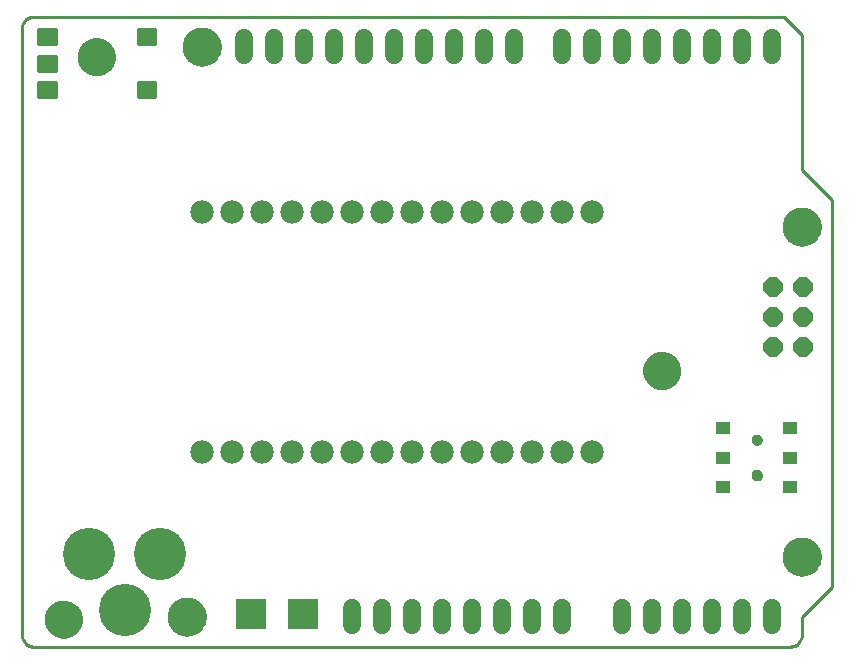
<source format=gts>
G75*
%MOIN*%
%OFA0B0*%
%FSLAX24Y24*%
%IPPOS*%
%LPD*%
%AMOC8*
5,1,8,0,0,1.08239X$1,22.5*
%
%ADD10C,0.0100*%
%ADD11C,0.0000*%
%ADD12C,0.1300*%
%ADD13OC8,0.0650*%
%ADD14C,0.0600*%
%ADD15R,0.0985X0.0985*%
%ADD16C,0.0860*%
%ADD17C,0.0440*%
%ADD18C,0.0089*%
%ADD19C,0.1740*%
%ADD20C,0.0780*%
%ADD21R,0.0493X0.0434*%
%ADD22C,0.0375*%
D10*
X001674Y001333D02*
X026886Y001333D01*
X026925Y001335D01*
X026963Y001341D01*
X027000Y001350D01*
X027037Y001363D01*
X027072Y001380D01*
X027105Y001399D01*
X027136Y001422D01*
X027165Y001448D01*
X027191Y001477D01*
X027214Y001508D01*
X027233Y001541D01*
X027250Y001576D01*
X027263Y001613D01*
X027272Y001650D01*
X027278Y001688D01*
X027280Y001727D01*
X027280Y002333D01*
X028280Y003333D01*
X028280Y016233D01*
X027280Y017233D01*
X027280Y021733D01*
X026680Y022333D01*
X001674Y022333D01*
X001674Y022334D02*
X001635Y022332D01*
X001597Y022326D01*
X001560Y022317D01*
X001523Y022304D01*
X001488Y022287D01*
X001455Y022268D01*
X001424Y022245D01*
X001395Y022219D01*
X001369Y022190D01*
X001346Y022159D01*
X001327Y022126D01*
X001310Y022091D01*
X001297Y022054D01*
X001288Y022017D01*
X001282Y021979D01*
X001280Y021940D01*
X001280Y001727D01*
X001282Y001688D01*
X001288Y001650D01*
X001297Y001613D01*
X001310Y001576D01*
X001327Y001541D01*
X001346Y001508D01*
X001369Y001477D01*
X001395Y001448D01*
X001424Y001422D01*
X001455Y001399D01*
X001488Y001380D01*
X001523Y001363D01*
X001560Y001350D01*
X001597Y001341D01*
X001635Y001335D01*
X001674Y001333D01*
D11*
X006150Y002333D02*
X006152Y002383D01*
X006158Y002433D01*
X006168Y002482D01*
X006182Y002530D01*
X006199Y002577D01*
X006220Y002622D01*
X006245Y002666D01*
X006273Y002707D01*
X006305Y002746D01*
X006339Y002783D01*
X006376Y002817D01*
X006416Y002847D01*
X006458Y002874D01*
X006502Y002898D01*
X006548Y002919D01*
X006595Y002935D01*
X006643Y002948D01*
X006693Y002957D01*
X006742Y002962D01*
X006793Y002963D01*
X006843Y002960D01*
X006892Y002953D01*
X006941Y002942D01*
X006989Y002927D01*
X007035Y002909D01*
X007080Y002887D01*
X007123Y002861D01*
X007164Y002832D01*
X007203Y002800D01*
X007239Y002765D01*
X007271Y002727D01*
X007301Y002687D01*
X007328Y002644D01*
X007351Y002600D01*
X007370Y002554D01*
X007386Y002506D01*
X007398Y002457D01*
X007406Y002408D01*
X007410Y002358D01*
X007410Y002308D01*
X007406Y002258D01*
X007398Y002209D01*
X007386Y002160D01*
X007370Y002112D01*
X007351Y002066D01*
X007328Y002022D01*
X007301Y001979D01*
X007271Y001939D01*
X007239Y001901D01*
X007203Y001866D01*
X007164Y001834D01*
X007123Y001805D01*
X007080Y001779D01*
X007035Y001757D01*
X006989Y001739D01*
X006941Y001724D01*
X006892Y001713D01*
X006843Y001706D01*
X006793Y001703D01*
X006742Y001704D01*
X006693Y001709D01*
X006643Y001718D01*
X006595Y001731D01*
X006548Y001747D01*
X006502Y001768D01*
X006458Y001792D01*
X006416Y001819D01*
X006376Y001849D01*
X006339Y001883D01*
X006305Y001920D01*
X006273Y001959D01*
X006245Y002000D01*
X006220Y002044D01*
X006199Y002089D01*
X006182Y002136D01*
X006168Y002184D01*
X006158Y002233D01*
X006152Y002283D01*
X006150Y002333D01*
X025613Y007043D02*
X025615Y007068D01*
X025621Y007093D01*
X025630Y007117D01*
X025643Y007139D01*
X025660Y007159D01*
X025679Y007176D01*
X025700Y007190D01*
X025724Y007200D01*
X025748Y007207D01*
X025774Y007210D01*
X025799Y007209D01*
X025824Y007204D01*
X025848Y007195D01*
X025871Y007183D01*
X025891Y007168D01*
X025909Y007149D01*
X025924Y007128D01*
X025935Y007105D01*
X025943Y007081D01*
X025947Y007056D01*
X025947Y007030D01*
X025943Y007005D01*
X025935Y006981D01*
X025924Y006958D01*
X025909Y006937D01*
X025891Y006918D01*
X025871Y006903D01*
X025848Y006891D01*
X025824Y006882D01*
X025799Y006877D01*
X025774Y006876D01*
X025748Y006879D01*
X025724Y006886D01*
X025700Y006896D01*
X025679Y006910D01*
X025660Y006927D01*
X025643Y006947D01*
X025630Y006969D01*
X025621Y006993D01*
X025615Y007018D01*
X025613Y007043D01*
X025613Y008224D02*
X025615Y008249D01*
X025621Y008274D01*
X025630Y008298D01*
X025643Y008320D01*
X025660Y008340D01*
X025679Y008357D01*
X025700Y008371D01*
X025724Y008381D01*
X025748Y008388D01*
X025774Y008391D01*
X025799Y008390D01*
X025824Y008385D01*
X025848Y008376D01*
X025871Y008364D01*
X025891Y008349D01*
X025909Y008330D01*
X025924Y008309D01*
X025935Y008286D01*
X025943Y008262D01*
X025947Y008237D01*
X025947Y008211D01*
X025943Y008186D01*
X025935Y008162D01*
X025924Y008139D01*
X025909Y008118D01*
X025891Y008099D01*
X025871Y008084D01*
X025848Y008072D01*
X025824Y008063D01*
X025799Y008058D01*
X025774Y008057D01*
X025748Y008060D01*
X025724Y008067D01*
X025700Y008077D01*
X025679Y008091D01*
X025660Y008108D01*
X025643Y008128D01*
X025630Y008150D01*
X025621Y008174D01*
X025615Y008199D01*
X025613Y008224D01*
X026650Y004333D02*
X026652Y004383D01*
X026658Y004433D01*
X026668Y004482D01*
X026682Y004530D01*
X026699Y004577D01*
X026720Y004622D01*
X026745Y004666D01*
X026773Y004707D01*
X026805Y004746D01*
X026839Y004783D01*
X026876Y004817D01*
X026916Y004847D01*
X026958Y004874D01*
X027002Y004898D01*
X027048Y004919D01*
X027095Y004935D01*
X027143Y004948D01*
X027193Y004957D01*
X027242Y004962D01*
X027293Y004963D01*
X027343Y004960D01*
X027392Y004953D01*
X027441Y004942D01*
X027489Y004927D01*
X027535Y004909D01*
X027580Y004887D01*
X027623Y004861D01*
X027664Y004832D01*
X027703Y004800D01*
X027739Y004765D01*
X027771Y004727D01*
X027801Y004687D01*
X027828Y004644D01*
X027851Y004600D01*
X027870Y004554D01*
X027886Y004506D01*
X027898Y004457D01*
X027906Y004408D01*
X027910Y004358D01*
X027910Y004308D01*
X027906Y004258D01*
X027898Y004209D01*
X027886Y004160D01*
X027870Y004112D01*
X027851Y004066D01*
X027828Y004022D01*
X027801Y003979D01*
X027771Y003939D01*
X027739Y003901D01*
X027703Y003866D01*
X027664Y003834D01*
X027623Y003805D01*
X027580Y003779D01*
X027535Y003757D01*
X027489Y003739D01*
X027441Y003724D01*
X027392Y003713D01*
X027343Y003706D01*
X027293Y003703D01*
X027242Y003704D01*
X027193Y003709D01*
X027143Y003718D01*
X027095Y003731D01*
X027048Y003747D01*
X027002Y003768D01*
X026958Y003792D01*
X026916Y003819D01*
X026876Y003849D01*
X026839Y003883D01*
X026805Y003920D01*
X026773Y003959D01*
X026745Y004000D01*
X026720Y004044D01*
X026699Y004089D01*
X026682Y004136D01*
X026668Y004184D01*
X026658Y004233D01*
X026652Y004283D01*
X026650Y004333D01*
X026650Y015333D02*
X026652Y015383D01*
X026658Y015433D01*
X026668Y015482D01*
X026682Y015530D01*
X026699Y015577D01*
X026720Y015622D01*
X026745Y015666D01*
X026773Y015707D01*
X026805Y015746D01*
X026839Y015783D01*
X026876Y015817D01*
X026916Y015847D01*
X026958Y015874D01*
X027002Y015898D01*
X027048Y015919D01*
X027095Y015935D01*
X027143Y015948D01*
X027193Y015957D01*
X027242Y015962D01*
X027293Y015963D01*
X027343Y015960D01*
X027392Y015953D01*
X027441Y015942D01*
X027489Y015927D01*
X027535Y015909D01*
X027580Y015887D01*
X027623Y015861D01*
X027664Y015832D01*
X027703Y015800D01*
X027739Y015765D01*
X027771Y015727D01*
X027801Y015687D01*
X027828Y015644D01*
X027851Y015600D01*
X027870Y015554D01*
X027886Y015506D01*
X027898Y015457D01*
X027906Y015408D01*
X027910Y015358D01*
X027910Y015308D01*
X027906Y015258D01*
X027898Y015209D01*
X027886Y015160D01*
X027870Y015112D01*
X027851Y015066D01*
X027828Y015022D01*
X027801Y014979D01*
X027771Y014939D01*
X027739Y014901D01*
X027703Y014866D01*
X027664Y014834D01*
X027623Y014805D01*
X027580Y014779D01*
X027535Y014757D01*
X027489Y014739D01*
X027441Y014724D01*
X027392Y014713D01*
X027343Y014706D01*
X027293Y014703D01*
X027242Y014704D01*
X027193Y014709D01*
X027143Y014718D01*
X027095Y014731D01*
X027048Y014747D01*
X027002Y014768D01*
X026958Y014792D01*
X026916Y014819D01*
X026876Y014849D01*
X026839Y014883D01*
X026805Y014920D01*
X026773Y014959D01*
X026745Y015000D01*
X026720Y015044D01*
X026699Y015089D01*
X026682Y015136D01*
X026668Y015184D01*
X026658Y015233D01*
X026652Y015283D01*
X026650Y015333D01*
X006650Y021333D02*
X006652Y021383D01*
X006658Y021433D01*
X006668Y021482D01*
X006682Y021530D01*
X006699Y021577D01*
X006720Y021622D01*
X006745Y021666D01*
X006773Y021707D01*
X006805Y021746D01*
X006839Y021783D01*
X006876Y021817D01*
X006916Y021847D01*
X006958Y021874D01*
X007002Y021898D01*
X007048Y021919D01*
X007095Y021935D01*
X007143Y021948D01*
X007193Y021957D01*
X007242Y021962D01*
X007293Y021963D01*
X007343Y021960D01*
X007392Y021953D01*
X007441Y021942D01*
X007489Y021927D01*
X007535Y021909D01*
X007580Y021887D01*
X007623Y021861D01*
X007664Y021832D01*
X007703Y021800D01*
X007739Y021765D01*
X007771Y021727D01*
X007801Y021687D01*
X007828Y021644D01*
X007851Y021600D01*
X007870Y021554D01*
X007886Y021506D01*
X007898Y021457D01*
X007906Y021408D01*
X007910Y021358D01*
X007910Y021308D01*
X007906Y021258D01*
X007898Y021209D01*
X007886Y021160D01*
X007870Y021112D01*
X007851Y021066D01*
X007828Y021022D01*
X007801Y020979D01*
X007771Y020939D01*
X007739Y020901D01*
X007703Y020866D01*
X007664Y020834D01*
X007623Y020805D01*
X007580Y020779D01*
X007535Y020757D01*
X007489Y020739D01*
X007441Y020724D01*
X007392Y020713D01*
X007343Y020706D01*
X007293Y020703D01*
X007242Y020704D01*
X007193Y020709D01*
X007143Y020718D01*
X007095Y020731D01*
X007048Y020747D01*
X007002Y020768D01*
X006958Y020792D01*
X006916Y020819D01*
X006876Y020849D01*
X006839Y020883D01*
X006805Y020920D01*
X006773Y020959D01*
X006745Y021000D01*
X006720Y021044D01*
X006699Y021089D01*
X006682Y021136D01*
X006668Y021184D01*
X006658Y021233D01*
X006652Y021283D01*
X006650Y021333D01*
D12*
X007280Y021333D03*
X027280Y015333D03*
X027280Y004333D03*
X006780Y002333D03*
D13*
X026330Y011333D03*
X027330Y011333D03*
X027330Y012333D03*
X026330Y012333D03*
X026330Y013333D03*
X027330Y013333D03*
D14*
X026280Y021053D02*
X026280Y021613D01*
X025280Y021613D02*
X025280Y021053D01*
X024280Y021053D02*
X024280Y021613D01*
X023280Y021613D02*
X023280Y021053D01*
X022280Y021053D02*
X022280Y021613D01*
X021280Y021613D02*
X021280Y021053D01*
X020280Y021053D02*
X020280Y021613D01*
X019280Y021613D02*
X019280Y021053D01*
X017680Y021053D02*
X017680Y021613D01*
X016680Y021613D02*
X016680Y021053D01*
X015680Y021053D02*
X015680Y021613D01*
X014680Y021613D02*
X014680Y021053D01*
X013680Y021053D02*
X013680Y021613D01*
X012680Y021613D02*
X012680Y021053D01*
X011680Y021053D02*
X011680Y021613D01*
X010680Y021613D02*
X010680Y021053D01*
X009680Y021053D02*
X009680Y021613D01*
X008680Y021613D02*
X008680Y021053D01*
X012280Y002613D02*
X012280Y002053D01*
X013280Y002053D02*
X013280Y002613D01*
X014280Y002613D02*
X014280Y002053D01*
X015280Y002053D02*
X015280Y002613D01*
X016280Y002613D02*
X016280Y002053D01*
X017280Y002053D02*
X017280Y002613D01*
X018280Y002613D02*
X018280Y002053D01*
X019280Y002053D02*
X019280Y002613D01*
X021280Y002613D02*
X021280Y002053D01*
X022280Y002053D02*
X022280Y002613D01*
X023280Y002613D02*
X023280Y002053D01*
X024280Y002053D02*
X024280Y002613D01*
X025280Y002613D02*
X025280Y002053D01*
X026280Y002053D02*
X026280Y002613D01*
D15*
X010646Y002433D03*
X008914Y002433D03*
D16*
X002483Y002233D02*
X002485Y002260D01*
X002491Y002287D01*
X002500Y002313D01*
X002513Y002337D01*
X002529Y002360D01*
X002548Y002379D01*
X002570Y002396D01*
X002594Y002410D01*
X002619Y002420D01*
X002646Y002427D01*
X002673Y002430D01*
X002701Y002429D01*
X002728Y002424D01*
X002754Y002416D01*
X002778Y002404D01*
X002801Y002388D01*
X002822Y002370D01*
X002839Y002349D01*
X002854Y002325D01*
X002865Y002300D01*
X002873Y002274D01*
X002877Y002247D01*
X002877Y002219D01*
X002873Y002192D01*
X002865Y002166D01*
X002854Y002141D01*
X002839Y002117D01*
X002822Y002096D01*
X002801Y002078D01*
X002779Y002062D01*
X002754Y002050D01*
X002728Y002042D01*
X002701Y002037D01*
X002673Y002036D01*
X002646Y002039D01*
X002619Y002046D01*
X002594Y002056D01*
X002570Y002070D01*
X002548Y002087D01*
X002529Y002106D01*
X002513Y002129D01*
X002500Y002153D01*
X002491Y002179D01*
X002485Y002206D01*
X002483Y002233D01*
X022430Y010524D02*
X022432Y010551D01*
X022438Y010578D01*
X022447Y010604D01*
X022460Y010628D01*
X022476Y010651D01*
X022495Y010670D01*
X022517Y010687D01*
X022541Y010701D01*
X022566Y010711D01*
X022593Y010718D01*
X022620Y010721D01*
X022648Y010720D01*
X022675Y010715D01*
X022701Y010707D01*
X022725Y010695D01*
X022748Y010679D01*
X022769Y010661D01*
X022786Y010640D01*
X022801Y010616D01*
X022812Y010591D01*
X022820Y010565D01*
X022824Y010538D01*
X022824Y010510D01*
X022820Y010483D01*
X022812Y010457D01*
X022801Y010432D01*
X022786Y010408D01*
X022769Y010387D01*
X022748Y010369D01*
X022726Y010353D01*
X022701Y010341D01*
X022675Y010333D01*
X022648Y010328D01*
X022620Y010327D01*
X022593Y010330D01*
X022566Y010337D01*
X022541Y010347D01*
X022517Y010361D01*
X022495Y010378D01*
X022476Y010397D01*
X022460Y010420D01*
X022447Y010444D01*
X022438Y010470D01*
X022432Y010497D01*
X022430Y010524D01*
X003583Y020983D02*
X003585Y021010D01*
X003591Y021037D01*
X003600Y021063D01*
X003613Y021087D01*
X003629Y021110D01*
X003648Y021129D01*
X003670Y021146D01*
X003694Y021160D01*
X003719Y021170D01*
X003746Y021177D01*
X003773Y021180D01*
X003801Y021179D01*
X003828Y021174D01*
X003854Y021166D01*
X003878Y021154D01*
X003901Y021138D01*
X003922Y021120D01*
X003939Y021099D01*
X003954Y021075D01*
X003965Y021050D01*
X003973Y021024D01*
X003977Y020997D01*
X003977Y020969D01*
X003973Y020942D01*
X003965Y020916D01*
X003954Y020891D01*
X003939Y020867D01*
X003922Y020846D01*
X003901Y020828D01*
X003879Y020812D01*
X003854Y020800D01*
X003828Y020792D01*
X003801Y020787D01*
X003773Y020786D01*
X003746Y020789D01*
X003719Y020796D01*
X003694Y020806D01*
X003670Y020820D01*
X003648Y020837D01*
X003629Y020856D01*
X003613Y020879D01*
X003600Y020903D01*
X003591Y020929D01*
X003585Y020956D01*
X003583Y020983D01*
D17*
X003780Y020983D03*
X022627Y010524D03*
X002680Y002233D03*
D18*
X002417Y019647D02*
X001835Y019647D01*
X001835Y020149D01*
X002417Y020149D01*
X002417Y019647D01*
X002417Y019735D02*
X001835Y019735D01*
X001835Y019823D02*
X002417Y019823D01*
X002417Y019911D02*
X001835Y019911D01*
X001835Y019999D02*
X002417Y019999D01*
X002417Y020087D02*
X001835Y020087D01*
X001835Y020532D02*
X002417Y020532D01*
X001835Y020532D02*
X001835Y021034D01*
X002417Y021034D01*
X002417Y020532D01*
X002417Y020620D02*
X001835Y020620D01*
X001835Y020708D02*
X002417Y020708D01*
X002417Y020796D02*
X001835Y020796D01*
X001835Y020884D02*
X002417Y020884D01*
X002417Y020972D02*
X001835Y020972D01*
X001835Y021418D02*
X002417Y021418D01*
X001835Y021418D02*
X001835Y021920D01*
X002417Y021920D01*
X002417Y021418D01*
X002417Y021506D02*
X001835Y021506D01*
X001835Y021594D02*
X002417Y021594D01*
X002417Y021682D02*
X001835Y021682D01*
X001835Y021770D02*
X002417Y021770D01*
X002417Y021858D02*
X001835Y021858D01*
X005143Y021418D02*
X005725Y021418D01*
X005143Y021418D02*
X005143Y021920D01*
X005725Y021920D01*
X005725Y021418D01*
X005725Y021506D02*
X005143Y021506D01*
X005143Y021594D02*
X005725Y021594D01*
X005725Y021682D02*
X005143Y021682D01*
X005143Y021770D02*
X005725Y021770D01*
X005725Y021858D02*
X005143Y021858D01*
X005143Y019647D02*
X005725Y019647D01*
X005143Y019647D02*
X005143Y020149D01*
X005725Y020149D01*
X005725Y019647D01*
X005725Y019735D02*
X005143Y019735D01*
X005143Y019823D02*
X005725Y019823D01*
X005725Y019911D02*
X005143Y019911D01*
X005143Y019999D02*
X005725Y019999D01*
X005725Y020087D02*
X005143Y020087D01*
D19*
X005894Y004413D03*
X004713Y002563D03*
X003531Y004413D03*
D20*
X007280Y007833D03*
X008280Y007833D03*
X009280Y007833D03*
X010280Y007833D03*
X011280Y007833D03*
X012280Y007833D03*
X013280Y007833D03*
X014280Y007833D03*
X015280Y007833D03*
X016280Y007833D03*
X017280Y007833D03*
X018280Y007833D03*
X019280Y007833D03*
X020280Y007833D03*
X020280Y015833D03*
X019280Y015833D03*
X018280Y015833D03*
X017280Y015833D03*
X016280Y015833D03*
X015280Y015833D03*
X014280Y015833D03*
X013280Y015833D03*
X012280Y015833D03*
X011280Y015833D03*
X010280Y015833D03*
X009280Y015833D03*
X008280Y015833D03*
X007280Y015833D03*
D21*
X024668Y008618D03*
X024668Y007633D03*
X024668Y006649D03*
X026892Y006649D03*
X026892Y007633D03*
X026892Y008618D03*
D22*
X025780Y008224D03*
X025780Y007043D03*
M02*

</source>
